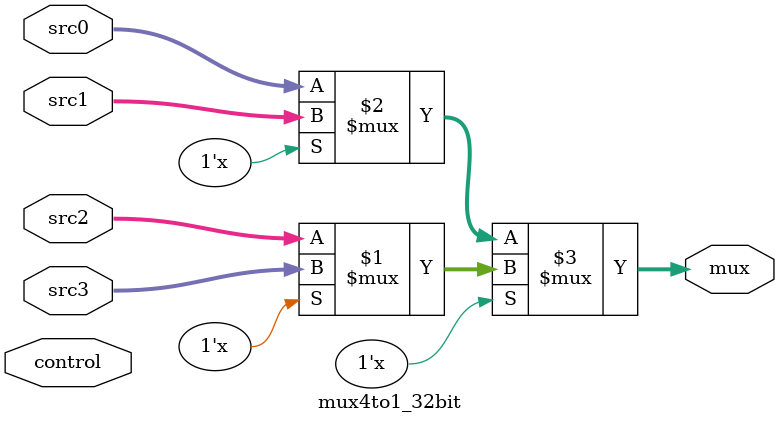
<source format=v>
module mux4to1_32bit (
    input  [31:0] src0, src1, src2, src3,
    input  [1:0]  control,
    output [31:0] mux
);
    assign mux = sel[1] ? (sel[0] ? src3 : src2) : (sel[0] ? src1 : src0);

endmodule
</source>
